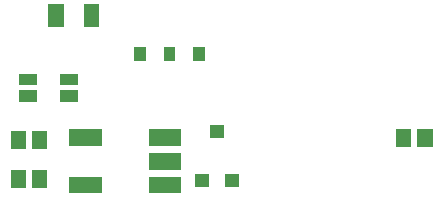
<source format=gbr>
G04 start of page 10 for group -4015 idx -4015 *
G04 Title: (unknown), toppaste *
G04 Creator: pcb 20110918 *
G04 CreationDate: Mon Jun 10 22:15:59 2013 UTC *
G04 For: fosse *
G04 Format: Gerber/RS-274X *
G04 PCB-Dimensions: 200000 148000 *
G04 PCB-Coordinate-Origin: lower left *
%MOIN*%
%FSLAX25Y25*%
%LNTOPPASTE*%
%ADD86R,0.0394X0.0394*%
%ADD85R,0.0512X0.0512*%
%ADD84R,0.0433X0.0433*%
%ADD83R,0.0433X0.0433*%
%ADD82R,0.0551X0.0551*%
%ADD81R,0.0390X0.0390*%
G54D81*X66400Y75650D02*Y74850D01*
X56600Y75650D02*Y74850D01*
X76200Y75650D02*Y74850D01*
G54D82*X62305Y47339D02*X67620D01*
X62305Y39465D02*X67620D01*
X62305Y31591D02*X67620D01*
X35730Y47339D02*X41045D01*
X35730Y31591D02*X41045D01*
G54D83*X82027Y49275D02*X82422D01*
G54D84*X77106Y33134D02*X77500D01*
X86948D02*X87342D01*
G54D85*X144457Y47599D02*Y46813D01*
X151543Y47599D02*Y46813D01*
X28595Y89284D02*Y86922D01*
X40405Y89284D02*Y86922D01*
G54D86*X31906Y66756D02*X33874D01*
X31906Y61244D02*X33874D01*
X18126Y66756D02*X20094D01*
X18126Y61244D02*X20094D01*
G54D85*X15957Y33893D02*Y33107D01*
X23043Y33893D02*Y33107D01*
X15957Y46893D02*Y46107D01*
X23043Y46893D02*Y46107D01*
M02*

</source>
